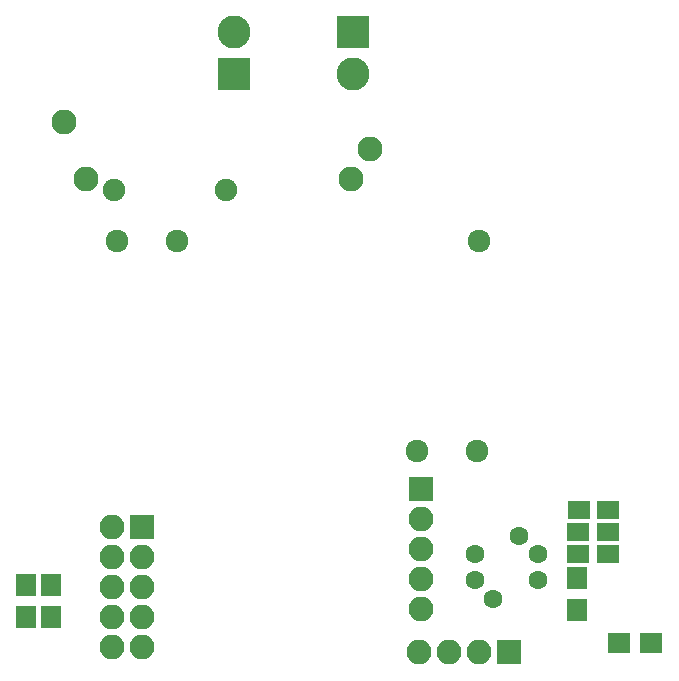
<source format=gbs>
G04 #@! TF.GenerationSoftware,KiCad,Pcbnew,(5.0.0)*
G04 #@! TF.CreationDate,2018-09-09T10:03:14+02:00*
G04 #@! TF.ProjectId,reapter,726561707465722E6B696361645F7063,rev?*
G04 #@! TF.SameCoordinates,Original*
G04 #@! TF.FileFunction,Soldermask,Bot*
G04 #@! TF.FilePolarity,Negative*
%FSLAX46Y46*%
G04 Gerber Fmt 4.6, Leading zero omitted, Abs format (unit mm)*
G04 Created by KiCad (PCBNEW (5.0.0)) date 09/09/18 10:03:14*
%MOMM*%
%LPD*%
G01*
G04 APERTURE LIST*
%ADD10C,2.124000*%
%ADD11C,1.900000*%
%ADD12R,2.800000X2.800000*%
%ADD13C,2.800000*%
%ADD14C,1.924000*%
%ADD15R,2.100000X2.100000*%
%ADD16O,2.100000X2.100000*%
%ADD17R,1.700000X1.900000*%
%ADD18R,1.900000X1.650000*%
%ADD19C,1.600000*%
%ADD20R,1.900000X1.700000*%
G04 APERTURE END LIST*
D10*
G04 #@! TO.C,500mA1*
X83900000Y-73600000D03*
X61400000Y-73600000D03*
G04 #@! TD*
D11*
G04 #@! TO.C,RV1*
X63800000Y-74600000D03*
X73300000Y-74600000D03*
G04 #@! TD*
D10*
G04 #@! TO.C,F1*
X59600000Y-68800000D03*
X85501062Y-71066046D03*
G04 #@! TD*
D12*
G04 #@! TO.C,J1*
X74000000Y-64700000D03*
D13*
X74000000Y-61200000D03*
G04 #@! TD*
D12*
G04 #@! TO.C,J2*
X84000000Y-61200000D03*
D13*
X84000000Y-64700000D03*
G04 #@! TD*
D14*
G04 #@! TO.C,U1*
X64060000Y-78910000D03*
X69140000Y-78910000D03*
X89460000Y-96690000D03*
X94540000Y-96690000D03*
X94690000Y-78910000D03*
G04 #@! TD*
D15*
G04 #@! TO.C,J3*
X97250000Y-113710000D03*
D16*
X94710000Y-113710000D03*
X92170000Y-113710000D03*
X89630000Y-113710000D03*
G04 #@! TD*
D17*
G04 #@! TO.C,R1*
X103000000Y-110100000D03*
X103000000Y-107400000D03*
G04 #@! TD*
D18*
G04 #@! TO.C,R3*
X103125000Y-103500000D03*
X105625000Y-103500000D03*
G04 #@! TD*
G04 #@! TO.C,R4*
X103150000Y-101650000D03*
X105650000Y-101650000D03*
G04 #@! TD*
G04 #@! TO.C,R5*
X105600000Y-105350000D03*
X103100000Y-105350000D03*
G04 #@! TD*
D15*
G04 #@! TO.C,J4*
X66150000Y-103075000D03*
D16*
X63610000Y-103075000D03*
X66150000Y-105615000D03*
X63610000Y-105615000D03*
X66150000Y-108155000D03*
X63610000Y-108155000D03*
X66150000Y-110695000D03*
X63610000Y-110695000D03*
X66150000Y-113235000D03*
X63610000Y-113235000D03*
G04 #@! TD*
D15*
G04 #@! TO.C,J5*
X89800000Y-99900000D03*
D16*
X89800000Y-102440000D03*
X89800000Y-104980000D03*
X89800000Y-107520000D03*
X89800000Y-110060000D03*
G04 #@! TD*
D19*
G04 #@! TO.C,U4*
X95889842Y-109165793D03*
X94334207Y-105389842D03*
X94334207Y-107610158D03*
X98110158Y-103834207D03*
X99665793Y-107610158D03*
X99665793Y-105389842D03*
G04 #@! TD*
D17*
G04 #@! TO.C,R9*
X56370000Y-110740000D03*
X56370000Y-108040000D03*
G04 #@! TD*
G04 #@! TO.C,R10*
X58430000Y-108040000D03*
X58430000Y-110740000D03*
G04 #@! TD*
D20*
G04 #@! TO.C,R12*
X106600000Y-112875000D03*
X109300000Y-112875000D03*
G04 #@! TD*
M02*

</source>
